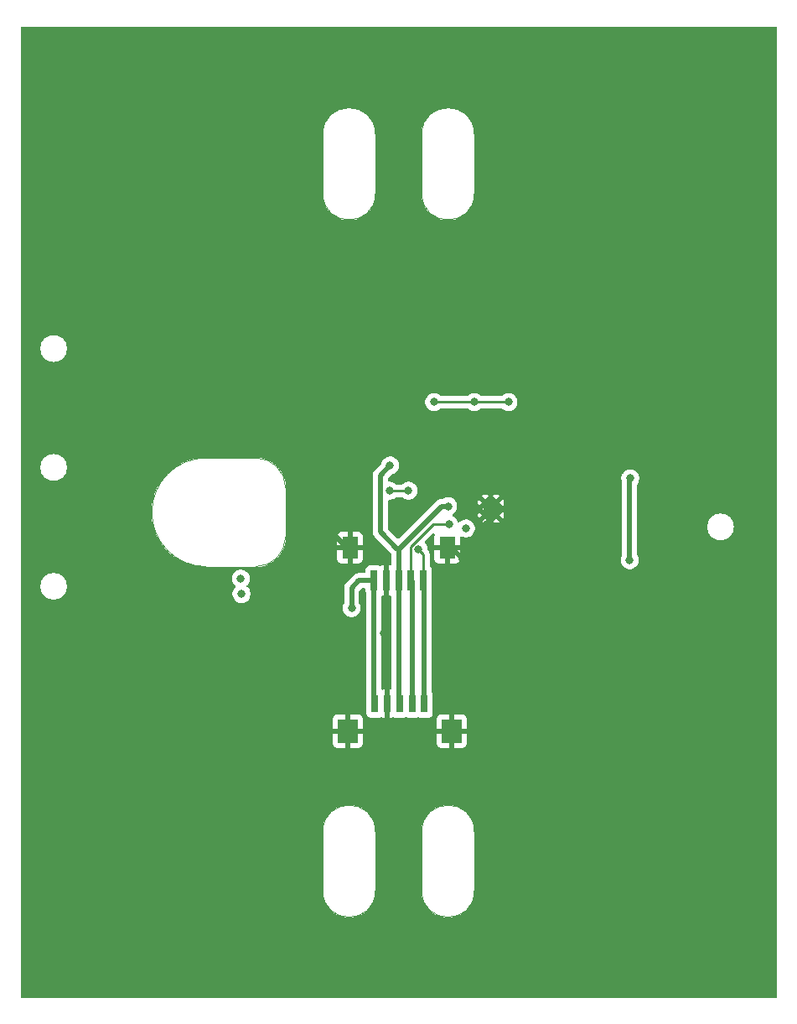
<source format=gbr>
%TF.GenerationSoftware,KiCad,Pcbnew,9.0.0*%
%TF.CreationDate,2025-04-21T01:21:51-04:00*%
%TF.ProjectId,xy_faces_CUpayload_v2,78795f66-6163-4657-935f-43557061796c,3.0*%
%TF.SameCoordinates,Original*%
%TF.FileFunction,Copper,L4,Bot*%
%TF.FilePolarity,Positive*%
%FSLAX46Y46*%
G04 Gerber Fmt 4.6, Leading zero omitted, Abs format (unit mm)*
G04 Created by KiCad (PCBNEW 9.0.0) date 2025-04-21 01:21:51*
%MOMM*%
%LPD*%
G01*
G04 APERTURE LIST*
%TA.AperFunction,HeatsinkPad*%
%ADD10C,0.500000*%
%TD*%
%TA.AperFunction,HeatsinkPad*%
%ADD11R,1.600000X1.800000*%
%TD*%
%TA.AperFunction,SMDPad,CuDef*%
%ADD12R,0.700000X2.000000*%
%TD*%
%TA.AperFunction,SMDPad,CuDef*%
%ADD13R,1.600000X2.200000*%
%TD*%
%TA.AperFunction,SMDPad,CuDef*%
%ADD14R,0.730000X1.800000*%
%TD*%
%TA.AperFunction,SMDPad,CuDef*%
%ADD15R,0.700000X1.800000*%
%TD*%
%TA.AperFunction,SMDPad,CuDef*%
%ADD16R,2.000000X2.400000*%
%TD*%
%TA.AperFunction,ViaPad*%
%ADD17C,0.800000*%
%TD*%
%TA.AperFunction,Conductor*%
%ADD18C,0.500000*%
%TD*%
%TA.AperFunction,Conductor*%
%ADD19C,0.250000*%
%TD*%
%TA.AperFunction,Profile*%
%ADD20C,0.050000*%
%TD*%
%TA.AperFunction,Profile*%
%ADD21C,0.100000*%
%TD*%
%TA.AperFunction,Profile*%
%ADD22C,0.200000*%
%TD*%
G04 APERTURE END LIST*
D10*
%TO.P,U2,9,EP/GND*%
%TO.N,GND*%
X154375000Y-115070000D03*
X154375000Y-113770000D03*
D11*
X153825000Y-114420000D03*
D10*
X153275000Y-115070000D03*
X153275000Y-113770000D03*
%TD*%
D12*
%TO.P,CN1,1,1*%
%TO.N,SDA*%
X147000000Y-121660000D03*
%TO.P,CN1,2,2*%
%TO.N,SCL*%
X145750000Y-121660000D03*
%TO.P,CN1,3,3*%
%TO.N,+3V3*%
X144500000Y-121660000D03*
%TO.P,CN1,4,4*%
%TO.N,GND*%
X143250000Y-121660000D03*
%TO.P,CN1,5,5*%
%TO.N,VSOLAR*%
X142000000Y-121660000D03*
D13*
%TO.P,CN1,6,6*%
%TO.N,GND*%
X139580000Y-118340000D03*
%TO.P,CN1,7,7*%
X149420000Y-118340000D03*
%TD*%
D14*
%TO.P,CN2,1,1*%
%TO.N,SDA*%
X147085000Y-134100000D03*
D15*
%TO.P,CN2,2,2*%
%TO.N,SCL*%
X145850000Y-134100001D03*
%TO.P,CN2,3,3*%
%TO.N,+3V3*%
X144600000Y-134100000D03*
%TO.P,CN2,4,4*%
%TO.N,GND*%
X143350000Y-134100001D03*
%TO.P,CN2,5,5*%
%TO.N,VSOLAR*%
X142100000Y-134100000D03*
D16*
%TO.P,CN2,6,6*%
%TO.N,GND*%
X139349999Y-136880000D03*
%TO.P,CN2,7,7*%
X149850001Y-136880000D03*
%TD*%
D17*
%TO.N,GND*%
X139500000Y-129500000D03*
X168000000Y-156390000D03*
X144450000Y-156250000D03*
X153400000Y-116000000D03*
X137600000Y-116650000D03*
X143250000Y-119550000D03*
X149675000Y-112100000D03*
X150000000Y-131000000D03*
X121120000Y-156220000D03*
X137912500Y-112600000D03*
X143000000Y-127000000D03*
X174900000Y-118350000D03*
X151000000Y-119500000D03*
%TO.N,+3V3*%
X143600000Y-112600000D03*
X155600000Y-103650000D03*
X149500000Y-114160000D03*
X148100000Y-103650000D03*
X151300000Y-116400000D03*
X152150000Y-103650000D03*
X143640000Y-110050000D03*
X145500000Y-112600000D03*
%TO.N,VSOLAR*%
X139750000Y-124450000D03*
%TO.N,SDA*%
X146500000Y-118500000D03*
X128560000Y-121470000D03*
%TO.N,SCL*%
X128630000Y-123030000D03*
X149600000Y-115990000D03*
%TO.N,Net-(SC5--)*%
X167900000Y-111350000D03*
X167850000Y-119600000D03*
%TD*%
D18*
%TO.N,GND*%
X149850001Y-136880000D02*
X149850001Y-131149999D01*
X149850001Y-131149999D02*
X150000000Y-131000000D01*
X139500000Y-129500000D02*
X139500000Y-131000000D01*
X143350000Y-131150000D02*
X143350000Y-134100001D01*
X143250000Y-121660000D02*
X143250000Y-119550000D01*
X139580000Y-118340000D02*
X139290000Y-118340000D01*
X143000000Y-127000000D02*
X143000000Y-130800000D01*
X139500000Y-131000000D02*
X139349999Y-131150001D01*
X139349999Y-131150001D02*
X139349999Y-136880000D01*
X149420000Y-118340000D02*
X149840000Y-118340000D01*
X149840000Y-118340000D02*
X151000000Y-119500000D01*
X139290000Y-118340000D02*
X137600000Y-116650000D01*
X143000000Y-130800000D02*
X143350000Y-131150000D01*
X139580000Y-118340000D02*
X139660000Y-118340000D01*
%TO.N,+3V3*%
X144500000Y-118500000D02*
X148840000Y-114160000D01*
X144600000Y-134100000D02*
X144500000Y-134000000D01*
X148840000Y-114160000D02*
X149500000Y-114160000D01*
X142649000Y-111041000D02*
X143640000Y-110050000D01*
D19*
X152150000Y-103650000D02*
X155600000Y-103650000D01*
D18*
X144396504Y-118500000D02*
X142649000Y-116752496D01*
X144500000Y-118500000D02*
X144396504Y-118500000D01*
X142649000Y-116752496D02*
X142649000Y-111041000D01*
X144500000Y-121660000D02*
X144500000Y-118500000D01*
D19*
X148100000Y-103650000D02*
X152150000Y-103650000D01*
D18*
X144500000Y-134000000D02*
X144500000Y-121660000D01*
D19*
X143600000Y-112600000D02*
X145500000Y-112600000D01*
D18*
%TO.N,VSOLAR*%
X142000000Y-134000000D02*
X142100000Y-134100000D01*
X140490000Y-121660000D02*
X139750000Y-122400000D01*
X139750000Y-122400000D02*
X139750000Y-124450000D01*
X142000000Y-121660000D02*
X140490000Y-121660000D01*
X142000000Y-121660000D02*
X142000000Y-134000000D01*
%TO.N,SDA*%
X147085000Y-121745000D02*
X147000000Y-121660000D01*
D19*
X146500000Y-118500000D02*
X147000000Y-119000000D01*
D18*
X147085000Y-134100000D02*
X147085000Y-121745000D01*
D19*
X147000000Y-119000000D02*
X147000000Y-121660000D01*
D18*
%TO.N,SCL*%
X145850000Y-121760000D02*
X145750000Y-121660000D01*
D19*
X149600000Y-115990000D02*
X147983280Y-115990000D01*
X145750000Y-118223280D02*
X145750000Y-121660000D01*
D18*
X145850000Y-134100001D02*
X145850000Y-121760000D01*
D19*
X147983280Y-115990000D02*
X145750000Y-118223280D01*
D18*
%TO.N,Net-(SC5--)*%
X167850000Y-111400000D02*
X167900000Y-111350000D01*
X167850000Y-119600000D02*
X167850000Y-111400000D01*
%TD*%
%TA.AperFunction,Conductor*%
%TO.N,GND*%
G36*
X182566621Y-65795502D02*
G01*
X182613114Y-65849158D01*
X182624500Y-65901500D01*
X182624500Y-163598500D01*
X182604498Y-163666621D01*
X182550842Y-163713114D01*
X182498500Y-163724500D01*
X106526000Y-163724500D01*
X106457879Y-163704498D01*
X106411386Y-163650842D01*
X106400000Y-163598500D01*
X106400000Y-146844167D01*
X136824500Y-146844167D01*
X136824500Y-153155832D01*
X136860681Y-153465378D01*
X136860682Y-153465384D01*
X136932557Y-153768645D01*
X136932558Y-153768650D01*
X137039146Y-154061497D01*
X137039151Y-154061509D01*
X137179024Y-154340021D01*
X137350279Y-154600400D01*
X137550610Y-154839147D01*
X137777310Y-155053028D01*
X137920893Y-155159921D01*
X138027297Y-155239136D01*
X138297203Y-155394966D01*
X138583374Y-155518408D01*
X138881942Y-155607793D01*
X139188867Y-155661913D01*
X139500000Y-155680034D01*
X139811133Y-155661913D01*
X140118058Y-155607793D01*
X140416626Y-155518408D01*
X140702797Y-155394966D01*
X140972703Y-155239136D01*
X141222693Y-155053025D01*
X141449386Y-154839151D01*
X141649717Y-154600405D01*
X141820978Y-154340017D01*
X141960850Y-154061507D01*
X142067444Y-153768642D01*
X142139318Y-153465383D01*
X142175500Y-153155830D01*
X142175500Y-153000000D01*
X142175500Y-152991715D01*
X142175500Y-146989438D01*
X142175500Y-146844170D01*
X142175500Y-146844167D01*
X146824500Y-146844167D01*
X146824500Y-153155832D01*
X146860681Y-153465378D01*
X146860682Y-153465384D01*
X146932557Y-153768645D01*
X146932558Y-153768650D01*
X147039146Y-154061497D01*
X147039151Y-154061509D01*
X147179024Y-154340021D01*
X147350279Y-154600400D01*
X147550610Y-154839147D01*
X147777310Y-155053028D01*
X147920893Y-155159921D01*
X148027297Y-155239136D01*
X148297203Y-155394966D01*
X148583374Y-155518408D01*
X148881942Y-155607793D01*
X149188867Y-155661913D01*
X149500000Y-155680034D01*
X149811133Y-155661913D01*
X150118058Y-155607793D01*
X150416626Y-155518408D01*
X150702797Y-155394966D01*
X150972703Y-155239136D01*
X151222693Y-155053025D01*
X151449386Y-154839151D01*
X151649717Y-154600405D01*
X151820978Y-154340017D01*
X151960850Y-154061507D01*
X152067444Y-153768642D01*
X152139318Y-153465383D01*
X152175500Y-153155830D01*
X152175500Y-153000000D01*
X152175500Y-152991715D01*
X152175500Y-146989438D01*
X152175500Y-146844170D01*
X152139318Y-146534617D01*
X152067444Y-146231358D01*
X151960850Y-145938493D01*
X151820978Y-145659983D01*
X151820975Y-145659978D01*
X151649720Y-145399599D01*
X151449389Y-145160852D01*
X151222689Y-144946971D01*
X150972718Y-144760875D01*
X150972715Y-144760873D01*
X150972703Y-144760864D01*
X150702797Y-144605034D01*
X150702798Y-144605034D01*
X150702794Y-144605032D01*
X150416633Y-144481595D01*
X150416632Y-144481594D01*
X150416626Y-144481592D01*
X150118058Y-144392207D01*
X150118059Y-144392207D01*
X150023309Y-144375500D01*
X149811133Y-144338087D01*
X149811129Y-144338086D01*
X149811125Y-144338086D01*
X149500000Y-144319966D01*
X149188877Y-144338086D01*
X149188871Y-144338086D01*
X148881941Y-144392207D01*
X148754360Y-144430402D01*
X148583374Y-144481592D01*
X148583372Y-144481593D01*
X148583366Y-144481595D01*
X148297205Y-144605032D01*
X148297200Y-144605035D01*
X148027308Y-144760857D01*
X148027281Y-144760875D01*
X147777310Y-144946971D01*
X147550610Y-145160852D01*
X147350279Y-145399599D01*
X147179024Y-145659978D01*
X147039151Y-145938490D01*
X147039146Y-145938502D01*
X146932558Y-146231349D01*
X146932557Y-146231354D01*
X146860682Y-146534615D01*
X146860681Y-146534621D01*
X146824500Y-146844167D01*
X142175500Y-146844167D01*
X142139318Y-146534617D01*
X142067444Y-146231358D01*
X141960850Y-145938493D01*
X141820978Y-145659983D01*
X141820975Y-145659978D01*
X141649720Y-145399599D01*
X141449389Y-145160852D01*
X141222689Y-144946971D01*
X140972718Y-144760875D01*
X140972715Y-144760873D01*
X140972703Y-144760864D01*
X140702797Y-144605034D01*
X140702798Y-144605034D01*
X140702794Y-144605032D01*
X140416633Y-144481595D01*
X140416632Y-144481594D01*
X140416626Y-144481592D01*
X140118058Y-144392207D01*
X140118059Y-144392207D01*
X140023309Y-144375500D01*
X139811133Y-144338087D01*
X139811129Y-144338086D01*
X139811125Y-144338086D01*
X139500000Y-144319966D01*
X139188877Y-144338086D01*
X139188871Y-144338086D01*
X138881941Y-144392207D01*
X138754360Y-144430402D01*
X138583374Y-144481592D01*
X138583372Y-144481593D01*
X138583366Y-144481595D01*
X138297205Y-144605032D01*
X138297200Y-144605035D01*
X138027308Y-144760857D01*
X138027281Y-144760875D01*
X137777310Y-144946971D01*
X137550610Y-145160852D01*
X137350279Y-145399599D01*
X137179024Y-145659978D01*
X137039151Y-145938490D01*
X137039146Y-145938502D01*
X136932558Y-146231349D01*
X136932557Y-146231354D01*
X136860682Y-146534615D01*
X136860681Y-146534621D01*
X136824500Y-146844167D01*
X106400000Y-146844167D01*
X106400000Y-138128597D01*
X137841999Y-138128597D01*
X137848504Y-138189093D01*
X137899554Y-138325964D01*
X137899554Y-138325965D01*
X137987094Y-138442904D01*
X138104033Y-138530444D01*
X138240905Y-138581494D01*
X138301401Y-138587999D01*
X138301414Y-138588000D01*
X139095999Y-138588000D01*
X139603999Y-138588000D01*
X140398584Y-138588000D01*
X140398596Y-138587999D01*
X140459092Y-138581494D01*
X140595963Y-138530444D01*
X140595964Y-138530444D01*
X140712903Y-138442904D01*
X140800443Y-138325965D01*
X140800443Y-138325964D01*
X140851493Y-138189093D01*
X140857998Y-138128597D01*
X148342001Y-138128597D01*
X148348506Y-138189093D01*
X148399556Y-138325964D01*
X148399556Y-138325965D01*
X148487096Y-138442904D01*
X148604035Y-138530444D01*
X148740907Y-138581494D01*
X148801403Y-138587999D01*
X148801416Y-138588000D01*
X149596001Y-138588000D01*
X150104001Y-138588000D01*
X150898586Y-138588000D01*
X150898598Y-138587999D01*
X150959094Y-138581494D01*
X151095965Y-138530444D01*
X151095966Y-138530444D01*
X151212905Y-138442904D01*
X151300445Y-138325965D01*
X151300445Y-138325964D01*
X151351495Y-138189093D01*
X151358000Y-138128597D01*
X151358001Y-138128585D01*
X151358001Y-137134000D01*
X150104001Y-137134000D01*
X150104001Y-138588000D01*
X149596001Y-138588000D01*
X149596001Y-137134000D01*
X148342001Y-137134000D01*
X148342001Y-138128597D01*
X140857998Y-138128597D01*
X140857999Y-138128585D01*
X140857999Y-137134000D01*
X139603999Y-137134000D01*
X139603999Y-138588000D01*
X139095999Y-138588000D01*
X139095999Y-137134000D01*
X137841999Y-137134000D01*
X137841999Y-138128597D01*
X106400000Y-138128597D01*
X106400000Y-135631402D01*
X137841999Y-135631402D01*
X137841999Y-136626000D01*
X139095999Y-136626000D01*
X139603999Y-136626000D01*
X140857999Y-136626000D01*
X140857999Y-135631414D01*
X140857998Y-135631402D01*
X148342001Y-135631402D01*
X148342001Y-136626000D01*
X149596001Y-136626000D01*
X150104001Y-136626000D01*
X151358001Y-136626000D01*
X151358001Y-135631414D01*
X151358000Y-135631402D01*
X151351495Y-135570906D01*
X151300445Y-135434035D01*
X151300445Y-135434034D01*
X151212905Y-135317095D01*
X151095966Y-135229555D01*
X150959094Y-135178505D01*
X150898598Y-135172000D01*
X150104001Y-135172000D01*
X150104001Y-136626000D01*
X149596001Y-136626000D01*
X149596001Y-135172000D01*
X148801403Y-135172000D01*
X148740907Y-135178505D01*
X148604036Y-135229555D01*
X148604035Y-135229555D01*
X148487096Y-135317095D01*
X148399556Y-135434034D01*
X148399556Y-135434035D01*
X148348506Y-135570906D01*
X148342001Y-135631402D01*
X140857998Y-135631402D01*
X140851493Y-135570906D01*
X140800443Y-135434035D01*
X140800443Y-135434034D01*
X140712903Y-135317095D01*
X140595964Y-135229555D01*
X140459092Y-135178505D01*
X140398596Y-135172000D01*
X139603999Y-135172000D01*
X139603999Y-136626000D01*
X139095999Y-136626000D01*
X139095999Y-135172000D01*
X138301401Y-135172000D01*
X138240905Y-135178505D01*
X138104034Y-135229555D01*
X138104033Y-135229555D01*
X137987094Y-135317095D01*
X137899554Y-135434034D01*
X137899554Y-135434035D01*
X137848504Y-135570906D01*
X137841999Y-135631402D01*
X106400000Y-135631402D01*
X106400000Y-124360518D01*
X138841500Y-124360518D01*
X138841500Y-124360521D01*
X138841500Y-124539479D01*
X138876413Y-124715000D01*
X138944898Y-124880336D01*
X139044322Y-125029135D01*
X139170865Y-125155678D01*
X139319664Y-125255102D01*
X139485000Y-125323587D01*
X139660521Y-125358500D01*
X139660522Y-125358500D01*
X139839478Y-125358500D01*
X139839479Y-125358500D01*
X140015000Y-125323587D01*
X140180336Y-125255102D01*
X140329135Y-125155678D01*
X140455678Y-125029135D01*
X140555102Y-124880336D01*
X140623587Y-124715000D01*
X140658500Y-124539479D01*
X140658500Y-124360521D01*
X140623587Y-124185000D01*
X140555102Y-124019664D01*
X140529732Y-123981695D01*
X140508520Y-123913943D01*
X140508500Y-123911696D01*
X140508500Y-122766371D01*
X140528502Y-122698250D01*
X140545405Y-122677276D01*
X140767276Y-122455405D01*
X140794644Y-122440460D01*
X140820873Y-122423604D01*
X140827171Y-122422698D01*
X140829588Y-122421379D01*
X140856371Y-122418500D01*
X141015500Y-122418500D01*
X141083621Y-122438502D01*
X141130114Y-122492158D01*
X141141500Y-122544500D01*
X141141500Y-122708649D01*
X141148009Y-122769196D01*
X141148011Y-122769201D01*
X141199111Y-122906204D01*
X141216367Y-122929255D01*
X141241179Y-122995774D01*
X141241500Y-123004765D01*
X141241500Y-135048649D01*
X141248009Y-135109196D01*
X141248011Y-135109204D01*
X141299110Y-135246202D01*
X141299112Y-135246207D01*
X141386738Y-135363261D01*
X141503792Y-135450887D01*
X141503794Y-135450888D01*
X141503796Y-135450889D01*
X141534036Y-135462168D01*
X141640795Y-135501988D01*
X141640803Y-135501990D01*
X141701350Y-135508499D01*
X141701355Y-135508499D01*
X141701362Y-135508500D01*
X141701368Y-135508500D01*
X142498632Y-135508500D01*
X142498638Y-135508500D01*
X142498645Y-135508499D01*
X142498649Y-135508499D01*
X142559196Y-135501990D01*
X142559199Y-135501989D01*
X142559201Y-135501989D01*
X142559204Y-135501988D01*
X142681681Y-135456306D01*
X142752497Y-135451240D01*
X142769747Y-135456305D01*
X142890907Y-135501495D01*
X142951402Y-135508000D01*
X142951415Y-135508001D01*
X143096000Y-135508001D01*
X143096000Y-132692001D01*
X142951397Y-132692001D01*
X142897968Y-132697746D01*
X142828100Y-132685140D01*
X142776138Y-132636762D01*
X142758500Y-132572468D01*
X142758500Y-123294000D01*
X142778502Y-123225879D01*
X142832158Y-123179386D01*
X142884500Y-123168000D01*
X142996000Y-123168000D01*
X142996000Y-120152000D01*
X142851402Y-120152000D01*
X142790905Y-120158505D01*
X142669746Y-120203695D01*
X142598930Y-120208759D01*
X142581681Y-120203694D01*
X142459204Y-120158011D01*
X142459196Y-120158009D01*
X142398649Y-120151500D01*
X142398638Y-120151500D01*
X141601362Y-120151500D01*
X141601350Y-120151500D01*
X141540803Y-120158009D01*
X141540795Y-120158011D01*
X141403797Y-120209110D01*
X141403792Y-120209112D01*
X141286738Y-120296738D01*
X141199112Y-120413792D01*
X141199110Y-120413797D01*
X141148011Y-120550795D01*
X141148009Y-120550803D01*
X141141500Y-120611350D01*
X141141500Y-120775500D01*
X141121498Y-120843621D01*
X141067842Y-120890114D01*
X141015500Y-120901500D01*
X140415288Y-120901500D01*
X140342024Y-120916073D01*
X140342024Y-120916074D01*
X140268753Y-120930649D01*
X140268751Y-120930649D01*
X140268750Y-120930650D01*
X140268749Y-120930650D01*
X140130715Y-120987826D01*
X140006489Y-121070831D01*
X140006482Y-121070836D01*
X139160838Y-121916480D01*
X139160833Y-121916486D01*
X139158235Y-121920375D01*
X139077826Y-122040716D01*
X139074339Y-122049135D01*
X139054155Y-122097864D01*
X139054154Y-122097865D01*
X139020652Y-122178742D01*
X139020649Y-122178752D01*
X138991500Y-122325290D01*
X138991500Y-123911696D01*
X138971498Y-123979817D01*
X138970267Y-123981696D01*
X138944898Y-124019664D01*
X138876414Y-124184996D01*
X138841500Y-124360518D01*
X106400000Y-124360518D01*
X106400000Y-122134859D01*
X108187000Y-122134859D01*
X108187000Y-122139216D01*
X108187000Y-122365141D01*
X108223024Y-122592587D01*
X108294185Y-122811597D01*
X108398730Y-123016779D01*
X108534086Y-123203081D01*
X108534088Y-123203083D01*
X108534090Y-123203086D01*
X108696913Y-123365909D01*
X108696916Y-123365911D01*
X108696919Y-123365914D01*
X108883221Y-123501270D01*
X109088403Y-123605815D01*
X109307413Y-123676976D01*
X109534859Y-123713000D01*
X109534862Y-123713000D01*
X109765138Y-123713000D01*
X109765141Y-123713000D01*
X109992587Y-123676976D01*
X110211597Y-123605815D01*
X110416779Y-123501270D01*
X110603081Y-123365914D01*
X110765914Y-123203081D01*
X110901270Y-123016779D01*
X111005815Y-122811597D01*
X111076976Y-122592587D01*
X111113000Y-122365141D01*
X111113000Y-122134859D01*
X111076976Y-121907413D01*
X111005815Y-121688403D01*
X110901270Y-121483221D01*
X110826652Y-121380518D01*
X127651500Y-121380518D01*
X127651500Y-121380521D01*
X127651500Y-121559479D01*
X127686413Y-121735000D01*
X127754898Y-121900336D01*
X127854322Y-122049135D01*
X127980865Y-122175678D01*
X127984279Y-122177959D01*
X128029805Y-122232437D01*
X128038651Y-122302881D01*
X128008008Y-122366924D01*
X128003370Y-122371817D01*
X127924320Y-122450867D01*
X127924319Y-122450869D01*
X127824899Y-122599662D01*
X127756414Y-122764996D01*
X127756413Y-122764999D01*
X127756413Y-122765000D01*
X127754052Y-122776868D01*
X127721500Y-122940518D01*
X127721500Y-123119481D01*
X127731151Y-123168000D01*
X127756413Y-123295000D01*
X127824898Y-123460336D01*
X127924322Y-123609135D01*
X128050865Y-123735678D01*
X128199664Y-123835102D01*
X128365000Y-123903587D01*
X128540521Y-123938500D01*
X128540522Y-123938500D01*
X128719478Y-123938500D01*
X128719479Y-123938500D01*
X128895000Y-123903587D01*
X129060336Y-123835102D01*
X129209135Y-123735678D01*
X129335678Y-123609135D01*
X129435102Y-123460336D01*
X129503587Y-123295000D01*
X129538500Y-123119479D01*
X129538500Y-122940521D01*
X129503587Y-122765000D01*
X129435102Y-122599664D01*
X129335678Y-122450865D01*
X129209135Y-122324322D01*
X129209133Y-122324320D01*
X129209130Y-122324318D01*
X129205723Y-122322042D01*
X129160195Y-122267565D01*
X129151348Y-122197122D01*
X129181989Y-122133078D01*
X129186593Y-122128219D01*
X129265678Y-122049135D01*
X129365102Y-121900336D01*
X129433587Y-121735000D01*
X129468500Y-121559479D01*
X129468500Y-121380521D01*
X129433587Y-121205000D01*
X129365102Y-121039664D01*
X129265678Y-120890865D01*
X129139135Y-120764322D01*
X128990336Y-120664898D01*
X128861061Y-120611350D01*
X128825003Y-120596414D01*
X128825001Y-120596413D01*
X128825000Y-120596413D01*
X128736645Y-120578838D01*
X128649481Y-120561500D01*
X128649479Y-120561500D01*
X128470521Y-120561500D01*
X128470518Y-120561500D01*
X128339771Y-120587507D01*
X128295000Y-120596413D01*
X128294999Y-120596413D01*
X128294996Y-120596414D01*
X128129662Y-120664899D01*
X127980869Y-120764319D01*
X127980862Y-120764324D01*
X127854324Y-120890862D01*
X127854319Y-120890869D01*
X127754899Y-121039662D01*
X127686414Y-121204996D01*
X127651500Y-121380518D01*
X110826652Y-121380518D01*
X110765914Y-121296919D01*
X110765911Y-121296916D01*
X110765909Y-121296913D01*
X110603086Y-121134090D01*
X110603083Y-121134088D01*
X110603081Y-121134086D01*
X110416779Y-120998730D01*
X110211597Y-120894185D01*
X109992587Y-120823024D01*
X109765141Y-120787000D01*
X109534859Y-120787000D01*
X109307413Y-120823024D01*
X109307410Y-120823024D01*
X109307409Y-120823025D01*
X109088403Y-120894185D01*
X109088401Y-120894186D01*
X108883217Y-120998732D01*
X108696916Y-121134088D01*
X108696913Y-121134090D01*
X108534090Y-121296913D01*
X108534088Y-121296916D01*
X108398732Y-121483217D01*
X108398730Y-121483221D01*
X108294185Y-121688403D01*
X108223024Y-121907413D01*
X108187000Y-122134859D01*
X106400000Y-122134859D01*
X106400000Y-114547311D01*
X119549473Y-114547311D01*
X119549473Y-115002689D01*
X119582359Y-115400146D01*
X119587023Y-115456518D01*
X119587026Y-115456544D01*
X119661867Y-115905702D01*
X119661867Y-115905705D01*
X119773493Y-116347169D01*
X119773498Y-116347185D01*
X119773499Y-116347188D01*
X119921153Y-116777964D01*
X120102214Y-117191414D01*
X120103828Y-117195100D01*
X120196108Y-117365911D01*
X120320275Y-117595747D01*
X120569024Y-117977184D01*
X120848379Y-118336810D01*
X120848386Y-118336817D01*
X120848391Y-118336824D01*
X120848392Y-118336826D01*
X121156424Y-118672163D01*
X121156429Y-118672168D01*
X121156433Y-118672171D01*
X121156437Y-118672176D01*
X121491100Y-118980997D01*
X121529373Y-119010867D01*
X121850076Y-119261161D01*
X121850085Y-119261167D01*
X121850089Y-119261170D01*
X122230554Y-119510522D01*
X122230963Y-119510790D01*
X122333242Y-119566346D01*
X122631113Y-119728147D01*
X122631129Y-119728154D01*
X122631135Y-119728157D01*
X122733531Y-119773277D01*
X123047829Y-119911771D01*
X123478268Y-120060406D01*
X123478269Y-120060406D01*
X123478271Y-120060407D01*
X123837069Y-120152000D01*
X123919497Y-120173042D01*
X124368512Y-120248910D01*
X124822253Y-120287494D01*
X125031995Y-120287959D01*
X125039414Y-120287976D01*
X125039438Y-120288000D01*
X125049941Y-120288000D01*
X125050004Y-120288000D01*
X125058227Y-120288019D01*
X125058227Y-120288018D01*
X125077854Y-120288063D01*
X125078258Y-120288000D01*
X130233557Y-120288000D01*
X130233560Y-120288000D01*
X130548942Y-120254852D01*
X130859132Y-120188919D01*
X130859133Y-120188918D01*
X130859136Y-120188918D01*
X131160725Y-120090926D01*
X131160725Y-120090925D01*
X131160730Y-120090924D01*
X131450433Y-119961940D01*
X131725067Y-119803380D01*
X131725072Y-119803376D01*
X131725076Y-119803374D01*
X131834325Y-119723999D01*
X131981622Y-119616982D01*
X132124207Y-119488597D01*
X138272000Y-119488597D01*
X138278505Y-119549093D01*
X138329555Y-119685964D01*
X138329555Y-119685965D01*
X138417095Y-119802904D01*
X138534034Y-119890444D01*
X138670906Y-119941494D01*
X138731402Y-119947999D01*
X138731415Y-119948000D01*
X139326000Y-119948000D01*
X139834000Y-119948000D01*
X140428585Y-119948000D01*
X140428597Y-119947999D01*
X140489093Y-119941494D01*
X140625964Y-119890444D01*
X140625965Y-119890444D01*
X140742904Y-119802904D01*
X140830444Y-119685965D01*
X140830444Y-119685964D01*
X140881494Y-119549093D01*
X140887999Y-119488597D01*
X140888000Y-119488585D01*
X140888000Y-118594000D01*
X139834000Y-118594000D01*
X139834000Y-119948000D01*
X139326000Y-119948000D01*
X139326000Y-118594000D01*
X138272000Y-118594000D01*
X138272000Y-119488597D01*
X132124207Y-119488597D01*
X132217287Y-119404787D01*
X132429482Y-119169122D01*
X132574249Y-118969867D01*
X132615874Y-118912576D01*
X132615876Y-118912572D01*
X132615880Y-118912567D01*
X132774440Y-118637933D01*
X132845691Y-118477902D01*
X132875690Y-118410521D01*
X132903424Y-118348230D01*
X132907130Y-118336826D01*
X133001418Y-118046636D01*
X133001419Y-118046632D01*
X133067352Y-117736442D01*
X133100500Y-117421060D01*
X133100500Y-117262500D01*
X133100500Y-117254215D01*
X133100500Y-117191402D01*
X138272000Y-117191402D01*
X138272000Y-118086000D01*
X139326000Y-118086000D01*
X139834000Y-118086000D01*
X140888000Y-118086000D01*
X140888000Y-117191414D01*
X140887999Y-117191402D01*
X140881494Y-117130906D01*
X140830444Y-116994035D01*
X140830444Y-116994034D01*
X140742904Y-116877095D01*
X140625965Y-116789555D01*
X140489093Y-116738505D01*
X140428597Y-116732000D01*
X139834000Y-116732000D01*
X139834000Y-118086000D01*
X139326000Y-118086000D01*
X139326000Y-116732000D01*
X138731402Y-116732000D01*
X138670906Y-116738505D01*
X138534035Y-116789555D01*
X138534034Y-116789555D01*
X138417095Y-116877095D01*
X138329555Y-116994034D01*
X138329555Y-116994035D01*
X138278505Y-117130906D01*
X138272000Y-117191402D01*
X133100500Y-117191402D01*
X133100500Y-112276938D01*
X133100500Y-112128940D01*
X133067352Y-111813558D01*
X133001419Y-111503368D01*
X133001418Y-111503363D01*
X132903426Y-111201774D01*
X132903425Y-111201773D01*
X132887952Y-111167021D01*
X132798583Y-110966294D01*
X141890500Y-110966294D01*
X141890500Y-110973442D01*
X141890500Y-116827202D01*
X141897738Y-116863588D01*
X141905996Y-116905104D01*
X141919649Y-116973743D01*
X141976826Y-117111780D01*
X142059834Y-117236011D01*
X142059838Y-117236015D01*
X143704595Y-118880772D01*
X143738621Y-118943084D01*
X143741500Y-118969867D01*
X143741500Y-120026000D01*
X143721498Y-120094121D01*
X143667842Y-120140614D01*
X143615500Y-120152000D01*
X143504000Y-120152000D01*
X143504000Y-123168000D01*
X143615500Y-123168000D01*
X143683621Y-123188002D01*
X143730114Y-123241658D01*
X143741500Y-123294000D01*
X143741500Y-132566001D01*
X143721498Y-132634122D01*
X143667842Y-132680615D01*
X143615500Y-132692001D01*
X143604000Y-132692001D01*
X143604000Y-135508001D01*
X143748585Y-135508001D01*
X143748597Y-135508000D01*
X143809092Y-135501495D01*
X143930253Y-135456305D01*
X144001069Y-135451240D01*
X144018319Y-135456306D01*
X144140795Y-135501988D01*
X144140803Y-135501990D01*
X144201350Y-135508499D01*
X144201355Y-135508499D01*
X144201362Y-135508500D01*
X144201368Y-135508500D01*
X144998632Y-135508500D01*
X144998638Y-135508500D01*
X144998645Y-135508499D01*
X144998649Y-135508499D01*
X145059196Y-135501990D01*
X145059201Y-135501989D01*
X145060525Y-135501495D01*
X145180968Y-135456571D01*
X145251780Y-135451506D01*
X145269022Y-135456569D01*
X145351824Y-135487453D01*
X145390798Y-135501990D01*
X145390803Y-135501991D01*
X145451350Y-135508500D01*
X145451355Y-135508500D01*
X145451362Y-135508501D01*
X145451368Y-135508501D01*
X146248632Y-135508501D01*
X146248638Y-135508501D01*
X146248645Y-135508500D01*
X146248649Y-135508500D01*
X146309196Y-135501991D01*
X146309199Y-135501990D01*
X146309201Y-135501990D01*
X146309204Y-135501989D01*
X146415968Y-135462168D01*
X146486784Y-135457102D01*
X146504030Y-135462165D01*
X146610799Y-135501989D01*
X146610802Y-135501989D01*
X146610803Y-135501990D01*
X146671350Y-135508499D01*
X146671355Y-135508499D01*
X146671362Y-135508500D01*
X146671368Y-135508500D01*
X147498632Y-135508500D01*
X147498638Y-135508500D01*
X147498645Y-135508499D01*
X147498649Y-135508499D01*
X147552063Y-135502757D01*
X147559196Y-135501990D01*
X147559199Y-135501989D01*
X147559201Y-135501989D01*
X147560526Y-135501495D01*
X147578045Y-135494960D01*
X147696204Y-135450889D01*
X147718719Y-135434035D01*
X147813261Y-135363261D01*
X147900887Y-135246207D01*
X147900887Y-135246206D01*
X147900889Y-135246204D01*
X147951989Y-135109201D01*
X147958500Y-135048638D01*
X147958500Y-133151362D01*
X147958499Y-133151350D01*
X147951990Y-133090803D01*
X147951988Y-133090795D01*
X147900889Y-132953797D01*
X147900887Y-132953792D01*
X147868632Y-132910705D01*
X147843821Y-132844185D01*
X147843500Y-132835196D01*
X147843500Y-122814693D01*
X147850319Y-122776901D01*
X147850177Y-122776868D01*
X147850803Y-122774218D01*
X147851446Y-122770656D01*
X147851989Y-122769201D01*
X147852294Y-122766371D01*
X147858499Y-122708649D01*
X147858500Y-122708632D01*
X147858500Y-120611367D01*
X147858499Y-120611350D01*
X147851990Y-120550803D01*
X147851988Y-120550795D01*
X147800889Y-120413797D01*
X147800887Y-120413792D01*
X147713261Y-120296738D01*
X147683990Y-120274826D01*
X147641444Y-120217990D01*
X147633500Y-120173959D01*
X147633500Y-119488597D01*
X148112000Y-119488597D01*
X148118505Y-119549093D01*
X148169555Y-119685964D01*
X148169555Y-119685965D01*
X148257095Y-119802904D01*
X148374034Y-119890444D01*
X148510906Y-119941494D01*
X148571402Y-119947999D01*
X148571415Y-119948000D01*
X149166000Y-119948000D01*
X149674000Y-119948000D01*
X150268585Y-119948000D01*
X150268597Y-119947999D01*
X150329093Y-119941494D01*
X150465964Y-119890444D01*
X150465965Y-119890444D01*
X150582904Y-119802904D01*
X150670444Y-119685965D01*
X150670444Y-119685964D01*
X150721494Y-119549093D01*
X150725642Y-119510518D01*
X166941500Y-119510518D01*
X166941500Y-119510521D01*
X166941500Y-119689479D01*
X166976413Y-119865000D01*
X167044898Y-120030336D01*
X167144322Y-120179135D01*
X167270865Y-120305678D01*
X167419664Y-120405102D01*
X167585000Y-120473587D01*
X167760521Y-120508500D01*
X167760522Y-120508500D01*
X167939478Y-120508500D01*
X167939479Y-120508500D01*
X168115000Y-120473587D01*
X168280336Y-120405102D01*
X168429135Y-120305678D01*
X168555678Y-120179135D01*
X168655102Y-120030336D01*
X168723587Y-119865000D01*
X168758500Y-119689479D01*
X168758500Y-119510521D01*
X168723587Y-119335000D01*
X168655102Y-119169664D01*
X168629732Y-119131695D01*
X168608520Y-119063943D01*
X168608500Y-119061696D01*
X168608500Y-116134859D01*
X175562000Y-116134859D01*
X175562000Y-116139216D01*
X175562000Y-116365141D01*
X175598024Y-116592587D01*
X175669185Y-116811597D01*
X175773730Y-117016779D01*
X175909086Y-117203081D01*
X175909088Y-117203083D01*
X175909090Y-117203086D01*
X176071913Y-117365909D01*
X176071916Y-117365911D01*
X176071919Y-117365914D01*
X176258221Y-117501270D01*
X176463403Y-117605815D01*
X176682413Y-117676976D01*
X176909859Y-117713000D01*
X176909862Y-117713000D01*
X177140138Y-117713000D01*
X177140141Y-117713000D01*
X177367587Y-117676976D01*
X177586597Y-117605815D01*
X177791779Y-117501270D01*
X177978081Y-117365914D01*
X178140914Y-117203081D01*
X178276270Y-117016779D01*
X178380815Y-116811597D01*
X178451976Y-116592587D01*
X178488000Y-116365141D01*
X178488000Y-116134859D01*
X178451976Y-115907413D01*
X178380815Y-115688403D01*
X178276270Y-115483221D01*
X178140914Y-115296919D01*
X178140911Y-115296916D01*
X178140909Y-115296913D01*
X177978086Y-115134090D01*
X177978083Y-115134088D01*
X177978081Y-115134086D01*
X177791779Y-114998730D01*
X177586597Y-114894185D01*
X177367587Y-114823024D01*
X177140141Y-114787000D01*
X176909859Y-114787000D01*
X176682413Y-114823024D01*
X176682410Y-114823024D01*
X176682409Y-114823025D01*
X176463403Y-114894185D01*
X176463401Y-114894186D01*
X176258217Y-114998732D01*
X176071916Y-115134088D01*
X176071913Y-115134090D01*
X175909090Y-115296913D01*
X175909088Y-115296916D01*
X175773732Y-115483217D01*
X175669186Y-115688401D01*
X175669185Y-115688403D01*
X175633292Y-115798871D01*
X175598024Y-115907413D01*
X175562000Y-116134859D01*
X168608500Y-116134859D01*
X168608500Y-111963132D01*
X168628502Y-111895011D01*
X168629735Y-111893130D01*
X168705102Y-111780336D01*
X168773587Y-111615000D01*
X168808500Y-111439479D01*
X168808500Y-111260521D01*
X168773587Y-111085000D01*
X168705102Y-110919664D01*
X168605678Y-110770865D01*
X168479135Y-110644322D01*
X168330336Y-110544898D01*
X168213429Y-110496473D01*
X168165003Y-110476414D01*
X168165001Y-110476413D01*
X168165000Y-110476413D01*
X168076645Y-110458838D01*
X167989481Y-110441500D01*
X167989479Y-110441500D01*
X167810521Y-110441500D01*
X167810518Y-110441500D01*
X167679771Y-110467507D01*
X167635000Y-110476413D01*
X167634999Y-110476413D01*
X167634996Y-110476414D01*
X167469662Y-110544899D01*
X167320869Y-110644319D01*
X167320862Y-110644324D01*
X167194324Y-110770862D01*
X167194319Y-110770869D01*
X167122850Y-110877831D01*
X167094898Y-110919664D01*
X167086495Y-110939951D01*
X167026414Y-111084996D01*
X166991500Y-111260518D01*
X166991500Y-111260521D01*
X166991500Y-111439479D01*
X167014382Y-111554518D01*
X167026414Y-111615003D01*
X167052084Y-111676974D01*
X167067006Y-111713000D01*
X167081909Y-111748977D01*
X167091500Y-111797196D01*
X167091500Y-119061696D01*
X167071498Y-119129817D01*
X167070267Y-119131696D01*
X167044898Y-119169664D01*
X166976414Y-119334996D01*
X166941500Y-119510518D01*
X150725642Y-119510518D01*
X150727756Y-119490861D01*
X150727999Y-119488597D01*
X150728000Y-119488585D01*
X150728000Y-118594000D01*
X149674000Y-118594000D01*
X149674000Y-119948000D01*
X149166000Y-119948000D01*
X149166000Y-118594000D01*
X148112000Y-118594000D01*
X148112000Y-119488597D01*
X147633500Y-119488597D01*
X147633500Y-118937607D01*
X147633499Y-118937603D01*
X147609155Y-118815215D01*
X147602884Y-118800075D01*
X147561401Y-118699925D01*
X147492072Y-118596167D01*
X147442914Y-118547009D01*
X147440574Y-118544392D01*
X147426775Y-118515383D01*
X147411379Y-118487188D01*
X147410799Y-118481798D01*
X147410077Y-118480279D01*
X147410380Y-118477902D01*
X147408500Y-118460405D01*
X147408500Y-118410522D01*
X147408499Y-118410518D01*
X147373587Y-118235000D01*
X147305102Y-118069664D01*
X147205678Y-117920865D01*
X147205674Y-117920861D01*
X147166092Y-117881278D01*
X147132067Y-117818966D01*
X147137133Y-117748150D01*
X147166089Y-117703093D01*
X147935121Y-116934061D01*
X147997430Y-116900039D01*
X148068246Y-116905104D01*
X148125081Y-116947651D01*
X148149892Y-117014171D01*
X148142269Y-117067192D01*
X148118505Y-117130905D01*
X148112000Y-117191402D01*
X148112000Y-118086000D01*
X150728000Y-118086000D01*
X150728000Y-117334995D01*
X150748002Y-117266874D01*
X150801658Y-117220381D01*
X150871932Y-117210277D01*
X150902219Y-117218587D01*
X151034992Y-117273584D01*
X151034993Y-117273584D01*
X151035000Y-117273587D01*
X151210521Y-117308500D01*
X151210522Y-117308500D01*
X151389478Y-117308500D01*
X151389479Y-117308500D01*
X151565000Y-117273587D01*
X151730336Y-117205102D01*
X151879135Y-117105678D01*
X152005678Y-116979135D01*
X152105102Y-116830336D01*
X152173587Y-116665000D01*
X152208500Y-116489479D01*
X152208500Y-116310521D01*
X152173587Y-116135000D01*
X152105102Y-115969664D01*
X152005678Y-115820865D01*
X151938513Y-115753700D01*
X152944852Y-115753700D01*
X153053901Y-115798870D01*
X153053900Y-115798870D01*
X153200340Y-115827999D01*
X153200344Y-115828000D01*
X153349656Y-115828000D01*
X153349662Y-115827999D01*
X153496098Y-115798871D01*
X153496101Y-115798870D01*
X153605147Y-115753700D01*
X154044852Y-115753700D01*
X154153901Y-115798870D01*
X154153900Y-115798870D01*
X154300340Y-115827999D01*
X154300344Y-115828000D01*
X154449656Y-115828000D01*
X154449662Y-115827999D01*
X154596098Y-115798871D01*
X154596101Y-115798870D01*
X154705147Y-115753700D01*
X154375001Y-115423554D01*
X154375000Y-115423554D01*
X154044852Y-115753700D01*
X153605147Y-115753700D01*
X153275001Y-115423554D01*
X153275000Y-115423554D01*
X152944852Y-115753700D01*
X151938513Y-115753700D01*
X151879135Y-115694322D01*
X151730336Y-115594898D01*
X151613429Y-115546473D01*
X151565003Y-115526414D01*
X151565001Y-115526413D01*
X151565000Y-115526413D01*
X151476645Y-115508838D01*
X151389481Y-115491500D01*
X151389479Y-115491500D01*
X151210521Y-115491500D01*
X151210518Y-115491500D01*
X151106293Y-115512232D01*
X151035000Y-115526413D01*
X151034999Y-115526413D01*
X151034996Y-115526414D01*
X150869662Y-115594899D01*
X150720869Y-115694319D01*
X150720867Y-115694320D01*
X150670368Y-115744819D01*
X150608055Y-115778844D01*
X150537239Y-115773778D01*
X150480404Y-115731231D01*
X150464864Y-115703942D01*
X150460880Y-115694324D01*
X150405102Y-115559664D01*
X150305678Y-115410865D01*
X150179135Y-115284322D01*
X150030336Y-115184898D01*
X150030337Y-115184898D01*
X150030335Y-115184897D01*
X150030331Y-115184895D01*
X149983324Y-115165424D01*
X149975284Y-115158945D01*
X149965325Y-115156213D01*
X149948107Y-115137045D01*
X149928043Y-115120876D01*
X149924781Y-115111076D01*
X149917882Y-115103395D01*
X149913760Y-115077962D01*
X149905623Y-115053512D01*
X149908176Y-115043506D01*
X149906525Y-115033313D01*
X149916809Y-115009685D01*
X149920471Y-114995340D01*
X152517000Y-114995340D01*
X152517000Y-115144659D01*
X152546131Y-115291108D01*
X152591297Y-115400146D01*
X152591298Y-115400147D01*
X152921446Y-115069999D01*
X152901556Y-115050109D01*
X153175000Y-115050109D01*
X153175000Y-115089891D01*
X153190224Y-115126645D01*
X153218355Y-115154776D01*
X153255109Y-115170000D01*
X153294891Y-115170000D01*
X153331645Y-115154776D01*
X153359776Y-115126645D01*
X153375000Y-115089891D01*
X153375000Y-115069999D01*
X153628554Y-115069999D01*
X153628554Y-115070001D01*
X153824999Y-115266446D01*
X153825001Y-115266446D01*
X154021446Y-115070001D01*
X154021446Y-115069999D01*
X154001556Y-115050109D01*
X154275000Y-115050109D01*
X154275000Y-115089891D01*
X154290224Y-115126645D01*
X154318355Y-115154776D01*
X154355109Y-115170000D01*
X154394891Y-115170000D01*
X154431645Y-115154776D01*
X154459776Y-115126645D01*
X154475000Y-115089891D01*
X154475000Y-115069999D01*
X154728554Y-115069999D01*
X154728554Y-115070001D01*
X155058700Y-115400147D01*
X155103870Y-115291101D01*
X155103871Y-115291098D01*
X155132999Y-115144662D01*
X155133000Y-115144655D01*
X155133000Y-114995344D01*
X155132999Y-114995340D01*
X155103870Y-114848900D01*
X155058700Y-114739852D01*
X154728554Y-115069999D01*
X154475000Y-115069999D01*
X154475000Y-115050109D01*
X154459776Y-115013355D01*
X154431645Y-114985224D01*
X154394891Y-114970000D01*
X154355109Y-114970000D01*
X154318355Y-114985224D01*
X154290224Y-115013355D01*
X154275000Y-115050109D01*
X154001556Y-115050109D01*
X153825001Y-114873554D01*
X153824999Y-114873554D01*
X153628554Y-115069999D01*
X153375000Y-115069999D01*
X153375000Y-115050109D01*
X153359776Y-115013355D01*
X153331645Y-114985224D01*
X153294891Y-114970000D01*
X153255109Y-114970000D01*
X153218355Y-114985224D01*
X153190224Y-115013355D01*
X153175000Y-115050109D01*
X152901556Y-115050109D01*
X152591298Y-114739851D01*
X152591297Y-114739851D01*
X152546131Y-114848893D01*
X152546129Y-114848898D01*
X152517000Y-114995340D01*
X149920471Y-114995340D01*
X149923182Y-114984721D01*
X149931493Y-114975952D01*
X149934861Y-114968216D01*
X149961542Y-114944251D01*
X150051129Y-114884391D01*
X150051129Y-114884390D01*
X150079135Y-114865678D01*
X150205678Y-114739135D01*
X150305102Y-114590336D01*
X150373587Y-114425000D01*
X150374582Y-114419999D01*
X152978554Y-114419999D01*
X152978554Y-114420001D01*
X153274999Y-114716446D01*
X153275001Y-114716446D01*
X153571446Y-114420001D01*
X153571446Y-114419999D01*
X154078554Y-114419999D01*
X154078554Y-114420001D01*
X154374999Y-114716446D01*
X154375001Y-114716446D01*
X154671446Y-114420001D01*
X154671446Y-114419999D01*
X154375001Y-114123554D01*
X154374999Y-114123554D01*
X154078554Y-114419999D01*
X153571446Y-114419999D01*
X153275001Y-114123554D01*
X153274999Y-114123554D01*
X152978554Y-114419999D01*
X150374582Y-114419999D01*
X150408500Y-114249479D01*
X150408500Y-114070521D01*
X150373587Y-113895000D01*
X150305102Y-113729664D01*
X150282168Y-113695340D01*
X152517000Y-113695340D01*
X152517000Y-113844659D01*
X152546131Y-113991108D01*
X152591297Y-114100146D01*
X152591298Y-114100147D01*
X152921446Y-113769999D01*
X152901556Y-113750109D01*
X153175000Y-113750109D01*
X153175000Y-113789891D01*
X153190224Y-113826645D01*
X153218355Y-113854776D01*
X153255109Y-113870000D01*
X153294891Y-113870000D01*
X153331645Y-113854776D01*
X153359776Y-113826645D01*
X153375000Y-113789891D01*
X153375000Y-113769999D01*
X153628554Y-113769999D01*
X153628554Y-113770001D01*
X153824999Y-113966446D01*
X153825001Y-113966446D01*
X154021446Y-113770001D01*
X154021446Y-113769999D01*
X154001556Y-113750109D01*
X154275000Y-113750109D01*
X154275000Y-113789891D01*
X154290224Y-113826645D01*
X154318355Y-113854776D01*
X154355109Y-113870000D01*
X154394891Y-113870000D01*
X154431645Y-113854776D01*
X154459776Y-113826645D01*
X154475000Y-113789891D01*
X154475000Y-113769999D01*
X154728554Y-113769999D01*
X154728554Y-113770001D01*
X155058700Y-114100147D01*
X155103870Y-113991101D01*
X155103871Y-113991098D01*
X155132999Y-113844662D01*
X155133000Y-113844655D01*
X155133000Y-113695344D01*
X155132999Y-113695340D01*
X155103870Y-113548900D01*
X155058700Y-113439852D01*
X154728554Y-113769999D01*
X154475000Y-113769999D01*
X154475000Y-113750109D01*
X154459776Y-113713355D01*
X154431645Y-113685224D01*
X154394891Y-113670000D01*
X154355109Y-113670000D01*
X154318355Y-113685224D01*
X154290224Y-113713355D01*
X154275000Y-113750109D01*
X154001556Y-113750109D01*
X153825001Y-113573554D01*
X153824999Y-113573554D01*
X153628554Y-113769999D01*
X153375000Y-113769999D01*
X153375000Y-113750109D01*
X153359776Y-113713355D01*
X153331645Y-113685224D01*
X153294891Y-113670000D01*
X153255109Y-113670000D01*
X153218355Y-113685224D01*
X153190224Y-113713355D01*
X153175000Y-113750109D01*
X152901556Y-113750109D01*
X152591298Y-113439851D01*
X152591297Y-113439851D01*
X152546131Y-113548893D01*
X152546129Y-113548898D01*
X152517000Y-113695340D01*
X150282168Y-113695340D01*
X150205678Y-113580865D01*
X150079135Y-113454322D01*
X149930336Y-113354898D01*
X149811502Y-113305675D01*
X149765003Y-113286414D01*
X149765001Y-113286413D01*
X149765000Y-113286413D01*
X149684522Y-113270405D01*
X149589482Y-113251500D01*
X149589479Y-113251500D01*
X149410521Y-113251500D01*
X149410518Y-113251500D01*
X149315478Y-113270405D01*
X149235000Y-113286413D01*
X149234999Y-113286413D01*
X149234996Y-113286414D01*
X149069662Y-113354899D01*
X149031700Y-113380265D01*
X148963947Y-113401480D01*
X148961698Y-113401500D01*
X148765288Y-113401500D01*
X148692024Y-113416073D01*
X148692024Y-113416074D01*
X148618753Y-113430649D01*
X148618751Y-113430649D01*
X148618750Y-113430650D01*
X148480714Y-113487827D01*
X148356486Y-113570833D01*
X148356480Y-113570838D01*
X144537347Y-117389972D01*
X144475035Y-117423998D01*
X144404220Y-117418933D01*
X144359157Y-117389972D01*
X143444405Y-116475220D01*
X143410379Y-116412908D01*
X143407500Y-116386125D01*
X143407500Y-113634500D01*
X143427502Y-113566379D01*
X143481158Y-113519886D01*
X143533500Y-113508500D01*
X143689478Y-113508500D01*
X143689479Y-113508500D01*
X143865000Y-113473587D01*
X144030336Y-113405102D01*
X144179135Y-113305678D01*
X144214408Y-113270405D01*
X144276720Y-113236379D01*
X144303503Y-113233500D01*
X144796497Y-113233500D01*
X144864618Y-113253502D01*
X144885592Y-113270405D01*
X144920865Y-113305678D01*
X145069664Y-113405102D01*
X145235000Y-113473587D01*
X145410521Y-113508500D01*
X145410522Y-113508500D01*
X145589478Y-113508500D01*
X145589479Y-113508500D01*
X145765000Y-113473587D01*
X145930336Y-113405102D01*
X146079135Y-113305678D01*
X146205678Y-113179135D01*
X146267710Y-113086297D01*
X152944851Y-113086297D01*
X152944851Y-113086298D01*
X153274999Y-113416446D01*
X153275000Y-113416446D01*
X153605147Y-113086298D01*
X153605146Y-113086297D01*
X154044851Y-113086297D01*
X154044851Y-113086298D01*
X154374999Y-113416446D01*
X154375000Y-113416446D01*
X154705147Y-113086298D01*
X154705146Y-113086297D01*
X154596108Y-113041131D01*
X154449659Y-113012000D01*
X154300340Y-113012000D01*
X154153898Y-113041129D01*
X154153893Y-113041131D01*
X154044851Y-113086297D01*
X153605146Y-113086297D01*
X153496108Y-113041131D01*
X153349659Y-113012000D01*
X153200340Y-113012000D01*
X153053898Y-113041129D01*
X153053893Y-113041131D01*
X152944851Y-113086297D01*
X146267710Y-113086297D01*
X146305102Y-113030336D01*
X146373587Y-112865000D01*
X146408500Y-112689479D01*
X146408500Y-112510521D01*
X146373587Y-112335000D01*
X146305102Y-112169664D01*
X146205678Y-112020865D01*
X146079135Y-111894322D01*
X145930336Y-111794898D01*
X145813429Y-111746473D01*
X145765003Y-111726414D01*
X145765001Y-111726413D01*
X145765000Y-111726413D01*
X145676645Y-111708838D01*
X145589481Y-111691500D01*
X145589479Y-111691500D01*
X145410521Y-111691500D01*
X145410518Y-111691500D01*
X145302432Y-111713000D01*
X145235000Y-111726413D01*
X145234999Y-111726413D01*
X145234996Y-111726414D01*
X145069662Y-111794899D01*
X144920869Y-111894319D01*
X144920862Y-111894324D01*
X144885592Y-111929595D01*
X144823280Y-111963621D01*
X144796497Y-111966500D01*
X144303503Y-111966500D01*
X144235382Y-111946498D01*
X144214408Y-111929595D01*
X144179137Y-111894324D01*
X144179135Y-111894322D01*
X144030336Y-111794898D01*
X143913429Y-111746473D01*
X143865003Y-111726414D01*
X143865001Y-111726413D01*
X143865000Y-111726413D01*
X143776645Y-111708838D01*
X143689481Y-111691500D01*
X143689479Y-111691500D01*
X143533500Y-111691500D01*
X143524674Y-111688908D01*
X143515568Y-111690218D01*
X143491142Y-111679062D01*
X143465379Y-111671498D01*
X143459354Y-111664544D01*
X143450988Y-111660724D01*
X143436473Y-111638138D01*
X143418886Y-111617842D01*
X143416561Y-111607155D01*
X143412604Y-111600998D01*
X143407500Y-111565500D01*
X143407500Y-111407371D01*
X143427502Y-111339250D01*
X143444400Y-111318280D01*
X143795703Y-110966976D01*
X143858014Y-110932953D01*
X143860125Y-110932512D01*
X143905000Y-110923587D01*
X144070336Y-110855102D01*
X144219135Y-110755678D01*
X144345678Y-110629135D01*
X144445102Y-110480336D01*
X144513587Y-110315000D01*
X144548500Y-110139479D01*
X144548500Y-109960521D01*
X144513587Y-109785000D01*
X144445102Y-109619664D01*
X144345678Y-109470865D01*
X144219135Y-109344322D01*
X144070336Y-109244898D01*
X143953429Y-109196473D01*
X143905003Y-109176414D01*
X143905001Y-109176413D01*
X143905000Y-109176413D01*
X143816645Y-109158838D01*
X143729481Y-109141500D01*
X143729479Y-109141500D01*
X143550521Y-109141500D01*
X143550518Y-109141500D01*
X143419771Y-109167507D01*
X143375000Y-109176413D01*
X143374999Y-109176413D01*
X143374996Y-109176414D01*
X143209662Y-109244899D01*
X143060869Y-109344319D01*
X143060862Y-109344324D01*
X142934324Y-109470862D01*
X142934319Y-109470869D01*
X142834898Y-109619663D01*
X142766413Y-109785000D01*
X142766411Y-109785006D01*
X142757503Y-109829786D01*
X142724594Y-109892695D01*
X142723021Y-109894296D01*
X142059836Y-110557482D01*
X142059835Y-110557483D01*
X141976826Y-110681715D01*
X141927423Y-110800983D01*
X141927421Y-110800990D01*
X141923028Y-110811597D01*
X141919649Y-110819754D01*
X141890500Y-110966294D01*
X132798583Y-110966294D01*
X132774440Y-110912067D01*
X132774439Y-110912065D01*
X132774436Y-110912059D01*
X132641446Y-110681715D01*
X132615880Y-110637433D01*
X132615878Y-110637431D01*
X132615874Y-110637423D01*
X132429482Y-110380878D01*
X132429481Y-110380877D01*
X132415312Y-110365141D01*
X132217287Y-110145213D01*
X131981622Y-109933018D01*
X131981621Y-109933017D01*
X131725075Y-109746625D01*
X131725076Y-109746625D01*
X131450440Y-109588063D01*
X131450434Y-109588060D01*
X131160726Y-109459074D01*
X131160725Y-109459073D01*
X130859136Y-109361081D01*
X130548944Y-109295148D01*
X130233563Y-109262000D01*
X130233560Y-109262000D01*
X130085562Y-109262000D01*
X125058253Y-109262000D01*
X125058227Y-109261981D01*
X125049942Y-109262000D01*
X125039438Y-109262000D01*
X125015556Y-109262000D01*
X125015160Y-109262076D01*
X124823608Y-109262502D01*
X124822253Y-109262506D01*
X124666863Y-109275719D01*
X124368518Y-109301089D01*
X123919506Y-109376956D01*
X123919497Y-109376957D01*
X123478271Y-109489592D01*
X123478266Y-109489594D01*
X123047833Y-109638227D01*
X123047821Y-109638232D01*
X122631135Y-109821842D01*
X122631109Y-109821855D01*
X122230963Y-110039209D01*
X121850076Y-110288838D01*
X121491102Y-110569001D01*
X121156429Y-110877831D01*
X121156424Y-110877836D01*
X120848392Y-111213173D01*
X120848391Y-111213175D01*
X120848381Y-111213187D01*
X120848379Y-111213190D01*
X120569024Y-111572816D01*
X120320275Y-111954253D01*
X120320270Y-111954261D01*
X120320269Y-111954263D01*
X120103828Y-112354899D01*
X120103827Y-112354902D01*
X119921153Y-112772036D01*
X119844147Y-112996696D01*
X119773498Y-113202814D01*
X119773493Y-113202830D01*
X119661867Y-113644294D01*
X119661867Y-113644297D01*
X119587026Y-114093455D01*
X119587023Y-114093481D01*
X119584535Y-114123554D01*
X119549473Y-114547311D01*
X106400000Y-114547311D01*
X106400000Y-110134859D01*
X108187000Y-110134859D01*
X108187000Y-110139216D01*
X108187000Y-110365141D01*
X108223024Y-110592587D01*
X108294185Y-110811597D01*
X108398730Y-111016779D01*
X108534086Y-111203081D01*
X108534088Y-111203083D01*
X108534090Y-111203086D01*
X108696913Y-111365909D01*
X108696916Y-111365911D01*
X108696919Y-111365914D01*
X108883221Y-111501270D01*
X109088403Y-111605815D01*
X109307413Y-111676976D01*
X109534859Y-111713000D01*
X109534862Y-111713000D01*
X109765138Y-111713000D01*
X109765141Y-111713000D01*
X109992587Y-111676976D01*
X110211597Y-111605815D01*
X110416779Y-111501270D01*
X110603081Y-111365914D01*
X110765914Y-111203081D01*
X110901270Y-111016779D01*
X111005815Y-110811597D01*
X111076976Y-110592587D01*
X111113000Y-110365141D01*
X111113000Y-110134859D01*
X111076976Y-109907413D01*
X111005815Y-109688403D01*
X110901270Y-109483221D01*
X110765914Y-109296919D01*
X110765911Y-109296916D01*
X110765909Y-109296913D01*
X110603086Y-109134090D01*
X110603083Y-109134088D01*
X110603081Y-109134086D01*
X110416779Y-108998730D01*
X110211597Y-108894185D01*
X109992587Y-108823024D01*
X109765141Y-108787000D01*
X109534859Y-108787000D01*
X109307413Y-108823024D01*
X109307410Y-108823024D01*
X109307409Y-108823025D01*
X109088403Y-108894185D01*
X109088401Y-108894186D01*
X108883217Y-108998732D01*
X108696916Y-109134088D01*
X108696913Y-109134090D01*
X108534090Y-109296913D01*
X108534088Y-109296916D01*
X108398732Y-109483217D01*
X108294186Y-109688401D01*
X108294185Y-109688403D01*
X108248247Y-109829786D01*
X108223024Y-109907413D01*
X108187000Y-110134859D01*
X106400000Y-110134859D01*
X106400000Y-103560518D01*
X147191500Y-103560518D01*
X147191500Y-103560521D01*
X147191500Y-103739479D01*
X147226413Y-103915000D01*
X147294898Y-104080336D01*
X147394322Y-104229135D01*
X147520865Y-104355678D01*
X147669664Y-104455102D01*
X147835000Y-104523587D01*
X148010521Y-104558500D01*
X148010522Y-104558500D01*
X148189478Y-104558500D01*
X148189479Y-104558500D01*
X148365000Y-104523587D01*
X148530336Y-104455102D01*
X148679135Y-104355678D01*
X148714408Y-104320405D01*
X148776720Y-104286379D01*
X148803503Y-104283500D01*
X151446497Y-104283500D01*
X151514618Y-104303502D01*
X151535592Y-104320405D01*
X151570865Y-104355678D01*
X151719664Y-104455102D01*
X151885000Y-104523587D01*
X152060521Y-104558500D01*
X152060522Y-104558500D01*
X152239478Y-104558500D01*
X152239479Y-104558500D01*
X152415000Y-104523587D01*
X152580336Y-104455102D01*
X152729135Y-104355678D01*
X152764408Y-104320405D01*
X152826720Y-104286379D01*
X152853503Y-104283500D01*
X154896497Y-104283500D01*
X154964618Y-104303502D01*
X154985592Y-104320405D01*
X155020865Y-104355678D01*
X155169664Y-104455102D01*
X155335000Y-104523587D01*
X155510521Y-104558500D01*
X155510522Y-104558500D01*
X155689478Y-104558500D01*
X155689479Y-104558500D01*
X155865000Y-104523587D01*
X156030336Y-104455102D01*
X156179135Y-104355678D01*
X156305678Y-104229135D01*
X156405102Y-104080336D01*
X156473587Y-103915000D01*
X156508500Y-103739479D01*
X156508500Y-103560521D01*
X156473587Y-103385000D01*
X156405102Y-103219664D01*
X156305678Y-103070865D01*
X156179135Y-102944322D01*
X156030336Y-102844898D01*
X155913429Y-102796473D01*
X155865003Y-102776414D01*
X155865001Y-102776413D01*
X155865000Y-102776413D01*
X155776645Y-102758838D01*
X155689481Y-102741500D01*
X155689479Y-102741500D01*
X155510521Y-102741500D01*
X155510518Y-102741500D01*
X155379771Y-102767507D01*
X155335000Y-102776413D01*
X155334999Y-102776413D01*
X155334996Y-102776414D01*
X155169662Y-102844899D01*
X155020869Y-102944319D01*
X155020862Y-102944324D01*
X154985592Y-102979595D01*
X154923280Y-103013621D01*
X154896497Y-103016500D01*
X152853503Y-103016500D01*
X152785382Y-102996498D01*
X152764408Y-102979595D01*
X152729137Y-102944324D01*
X152729135Y-102944322D01*
X152580336Y-102844898D01*
X152463429Y-102796473D01*
X152415003Y-102776414D01*
X152415001Y-102776413D01*
X152415000Y-102776413D01*
X152326645Y-102758838D01*
X152239481Y-102741500D01*
X152239479Y-102741500D01*
X152060521Y-102741500D01*
X152060518Y-102741500D01*
X151929771Y-102767507D01*
X151885000Y-102776413D01*
X151884999Y-102776413D01*
X151884996Y-102776414D01*
X151719662Y-102844899D01*
X151570869Y-102944319D01*
X151570862Y-102944324D01*
X151535592Y-102979595D01*
X151473280Y-103013621D01*
X151446497Y-103016500D01*
X148803503Y-103016500D01*
X148735382Y-102996498D01*
X148714408Y-102979595D01*
X148679137Y-102944324D01*
X148679135Y-102944322D01*
X148530336Y-102844898D01*
X148413429Y-102796473D01*
X148365003Y-102776414D01*
X148365001Y-102776413D01*
X148365000Y-102776413D01*
X148276645Y-102758838D01*
X148189481Y-102741500D01*
X148189479Y-102741500D01*
X148010521Y-102741500D01*
X148010518Y-102741500D01*
X147879771Y-102767507D01*
X147835000Y-102776413D01*
X147834999Y-102776413D01*
X147834996Y-102776414D01*
X147669662Y-102844899D01*
X147520869Y-102944319D01*
X147520862Y-102944324D01*
X147394324Y-103070862D01*
X147394319Y-103070869D01*
X147294899Y-103219662D01*
X147226414Y-103384996D01*
X147191500Y-103560518D01*
X106400000Y-103560518D01*
X106400000Y-98134859D01*
X108187000Y-98134859D01*
X108187000Y-98139216D01*
X108187000Y-98365141D01*
X108223024Y-98592587D01*
X108294185Y-98811597D01*
X108398730Y-99016779D01*
X108534086Y-99203081D01*
X108534088Y-99203083D01*
X108534090Y-99203086D01*
X108696913Y-99365909D01*
X108696916Y-99365911D01*
X108696919Y-99365914D01*
X108883221Y-99501270D01*
X109088403Y-99605815D01*
X109307413Y-99676976D01*
X109534859Y-99713000D01*
X109534862Y-99713000D01*
X109765138Y-99713000D01*
X109765141Y-99713000D01*
X109992587Y-99676976D01*
X110211597Y-99605815D01*
X110416779Y-99501270D01*
X110603081Y-99365914D01*
X110765914Y-99203081D01*
X110901270Y-99016779D01*
X111005815Y-98811597D01*
X111076976Y-98592587D01*
X111113000Y-98365141D01*
X111113000Y-98134859D01*
X111076976Y-97907413D01*
X111005815Y-97688403D01*
X110901270Y-97483221D01*
X110765914Y-97296919D01*
X110765911Y-97296916D01*
X110765909Y-97296913D01*
X110603086Y-97134090D01*
X110603083Y-97134088D01*
X110603081Y-97134086D01*
X110416779Y-96998730D01*
X110211597Y-96894185D01*
X109992587Y-96823024D01*
X109765141Y-96787000D01*
X109534859Y-96787000D01*
X109307413Y-96823024D01*
X109307410Y-96823024D01*
X109307409Y-96823025D01*
X109088403Y-96894185D01*
X109088401Y-96894186D01*
X108883217Y-96998732D01*
X108696916Y-97134088D01*
X108696913Y-97134090D01*
X108534090Y-97296913D01*
X108534088Y-97296916D01*
X108398732Y-97483217D01*
X108398730Y-97483221D01*
X108294185Y-97688403D01*
X108223024Y-97907413D01*
X108187000Y-98134859D01*
X106400000Y-98134859D01*
X106400000Y-76444167D01*
X136824500Y-76444167D01*
X136824500Y-82755832D01*
X136860681Y-83065378D01*
X136860682Y-83065384D01*
X136932557Y-83368645D01*
X136932558Y-83368650D01*
X137039146Y-83661497D01*
X137039151Y-83661509D01*
X137179024Y-83940021D01*
X137350279Y-84200400D01*
X137550610Y-84439147D01*
X137777310Y-84653028D01*
X137920893Y-84759921D01*
X138027297Y-84839136D01*
X138297203Y-84994966D01*
X138583374Y-85118408D01*
X138881942Y-85207793D01*
X139188867Y-85261913D01*
X139500000Y-85280034D01*
X139811133Y-85261913D01*
X140118058Y-85207793D01*
X140416626Y-85118408D01*
X140702797Y-84994966D01*
X140972703Y-84839136D01*
X141222693Y-84653025D01*
X141449386Y-84439151D01*
X141649717Y-84200405D01*
X141820978Y-83940017D01*
X141960850Y-83661507D01*
X142067444Y-83368642D01*
X142139318Y-83065383D01*
X142175500Y-82755830D01*
X142175500Y-82600000D01*
X142175500Y-82591715D01*
X142175500Y-76589438D01*
X142175500Y-76444170D01*
X142175500Y-76444167D01*
X146824500Y-76444167D01*
X146824500Y-82755832D01*
X146860681Y-83065378D01*
X146860682Y-83065384D01*
X146932557Y-83368645D01*
X146932558Y-83368650D01*
X147039146Y-83661497D01*
X147039151Y-83661509D01*
X147179024Y-83940021D01*
X147350279Y-84200400D01*
X147550610Y-84439147D01*
X147777310Y-84653028D01*
X147920893Y-84759921D01*
X148027297Y-84839136D01*
X148297203Y-84994966D01*
X148583374Y-85118408D01*
X148881942Y-85207793D01*
X149188867Y-85261913D01*
X149500000Y-85280034D01*
X149811133Y-85261913D01*
X150118058Y-85207793D01*
X150416626Y-85118408D01*
X150702797Y-84994966D01*
X150972703Y-84839136D01*
X151222693Y-84653025D01*
X151449386Y-84439151D01*
X151649717Y-84200405D01*
X151820978Y-83940017D01*
X151960850Y-83661507D01*
X152067444Y-83368642D01*
X152139318Y-83065383D01*
X152175500Y-82755830D01*
X152175500Y-82600000D01*
X152175500Y-82591715D01*
X152175500Y-76589438D01*
X152175500Y-76444170D01*
X152139318Y-76134617D01*
X152067444Y-75831358D01*
X151960850Y-75538493D01*
X151820978Y-75259983D01*
X151820975Y-75259978D01*
X151649720Y-74999599D01*
X151449389Y-74760852D01*
X151222689Y-74546971D01*
X150972718Y-74360875D01*
X150972715Y-74360873D01*
X150972703Y-74360864D01*
X150702797Y-74205034D01*
X150702798Y-74205034D01*
X150702794Y-74205032D01*
X150416633Y-74081595D01*
X150416632Y-74081594D01*
X150416626Y-74081592D01*
X150118058Y-73992207D01*
X150118059Y-73992207D01*
X150023309Y-73975500D01*
X149811133Y-73938087D01*
X149811129Y-73938086D01*
X149811125Y-73938086D01*
X149500000Y-73919966D01*
X149188877Y-73938086D01*
X149188871Y-73938086D01*
X148881941Y-73992207D01*
X148754360Y-74030402D01*
X148583374Y-74081592D01*
X148583372Y-74081593D01*
X148583366Y-74081595D01*
X148297205Y-74205032D01*
X148297200Y-74205035D01*
X148027308Y-74360857D01*
X148027281Y-74360875D01*
X147777310Y-74546971D01*
X147550610Y-74760852D01*
X147350279Y-74999599D01*
X147179024Y-75259978D01*
X147039151Y-75538490D01*
X147039146Y-75538502D01*
X146932558Y-75831349D01*
X146932557Y-75831354D01*
X146860682Y-76134615D01*
X146860681Y-76134621D01*
X146824500Y-76444167D01*
X142175500Y-76444167D01*
X142139318Y-76134617D01*
X142067444Y-75831358D01*
X141960850Y-75538493D01*
X141820978Y-75259983D01*
X141820975Y-75259978D01*
X141649720Y-74999599D01*
X141449389Y-74760852D01*
X141222689Y-74546971D01*
X140972718Y-74360875D01*
X140972715Y-74360873D01*
X140972703Y-74360864D01*
X140702797Y-74205034D01*
X140702798Y-74205034D01*
X140702794Y-74205032D01*
X140416633Y-74081595D01*
X140416632Y-74081594D01*
X140416626Y-74081592D01*
X140118058Y-73992207D01*
X140118059Y-73992207D01*
X140023309Y-73975500D01*
X139811133Y-73938087D01*
X139811129Y-73938086D01*
X139811125Y-73938086D01*
X139500000Y-73919966D01*
X139188877Y-73938086D01*
X139188871Y-73938086D01*
X138881941Y-73992207D01*
X138754360Y-74030402D01*
X138583374Y-74081592D01*
X138583372Y-74081593D01*
X138583366Y-74081595D01*
X138297205Y-74205032D01*
X138297200Y-74205035D01*
X138027308Y-74360857D01*
X138027281Y-74360875D01*
X137777310Y-74546971D01*
X137550610Y-74760852D01*
X137350279Y-74999599D01*
X137179024Y-75259978D01*
X137039151Y-75538490D01*
X137039146Y-75538502D01*
X136932558Y-75831349D01*
X136932557Y-75831354D01*
X136860682Y-76134615D01*
X136860681Y-76134621D01*
X136824500Y-76444167D01*
X106400000Y-76444167D01*
X106400000Y-65901500D01*
X106420002Y-65833379D01*
X106473658Y-65786886D01*
X106526000Y-65775500D01*
X182498500Y-65775500D01*
X182566621Y-65795502D01*
G37*
%TD.AperFunction*%
%TD*%
D20*
X136850000Y-153000000D02*
X136850000Y-147000000D01*
X142150000Y-153000000D02*
X142150000Y-147000000D01*
X146850000Y-147000000D02*
X146850000Y-153000000D01*
X152150000Y-153000000D02*
X152150000Y-147000000D01*
X142150000Y-76600000D02*
X142150000Y-82600000D01*
X136850000Y-76600000D02*
X136850000Y-82600000D01*
X146850000Y-76600000D02*
X146850000Y-82600000D01*
X152150000Y-76600000D02*
X152150000Y-82600000D01*
X142150000Y-82600000D02*
G75*
G02*
X136850000Y-82600000I-2650000J0D01*
G01*
D21*
X106350000Y-65750000D02*
X182650000Y-65750000D01*
X182650000Y-163750000D01*
X106350000Y-163750000D01*
X106350000Y-65750000D01*
D20*
X133075000Y-117262500D02*
G75*
G02*
X130075000Y-120262500I-3000000J0D01*
G01*
X146850000Y-76600000D02*
G75*
G02*
X152150000Y-76600000I2650000J0D01*
G01*
X136850000Y-76600000D02*
G75*
G02*
X142150000Y-76600000I2650000J0D01*
G01*
X125050000Y-120262500D02*
G75*
G02*
X125050000Y-109287500I12500J5487500D01*
G01*
X136850000Y-147000000D02*
G75*
G02*
X142150000Y-147000000I2650000J0D01*
G01*
X125050000Y-120262500D02*
X130075000Y-120262500D01*
X142150000Y-153000000D02*
G75*
G02*
X136850000Y-153000000I-2650000J0D01*
G01*
D22*
X111087500Y-98250000D02*
G75*
G02*
X108212500Y-98250000I-1437500J0D01*
G01*
X108212500Y-98250000D02*
G75*
G02*
X111087500Y-98250000I1437500J0D01*
G01*
D20*
X146850000Y-147000000D02*
G75*
G02*
X152150000Y-147000000I2650000J0D01*
G01*
D22*
X111087500Y-110250000D02*
G75*
G02*
X108212500Y-110250000I-1437500J0D01*
G01*
X108212500Y-110250000D02*
G75*
G02*
X111087500Y-110250000I1437500J0D01*
G01*
X111087500Y-122250000D02*
G75*
G02*
X108212500Y-122250000I-1437500J0D01*
G01*
X108212500Y-122250000D02*
G75*
G02*
X111087500Y-122250000I1437500J0D01*
G01*
D20*
X152150000Y-153000000D02*
G75*
G02*
X146850000Y-153000000I-2650000J0D01*
G01*
X125050000Y-109287500D02*
X130075000Y-109287500D01*
D22*
X178462500Y-116250000D02*
G75*
G02*
X175587500Y-116250000I-1437500J0D01*
G01*
X175587500Y-116250000D02*
G75*
G02*
X178462500Y-116250000I1437500J0D01*
G01*
D20*
X133075000Y-117262500D02*
X133075000Y-112287500D01*
X152150000Y-82600000D02*
G75*
G02*
X146850000Y-82600000I-2650000J0D01*
G01*
X130075000Y-109287500D02*
G75*
G02*
X133075000Y-112287500I0J-3000000D01*
G01*
M02*

</source>
